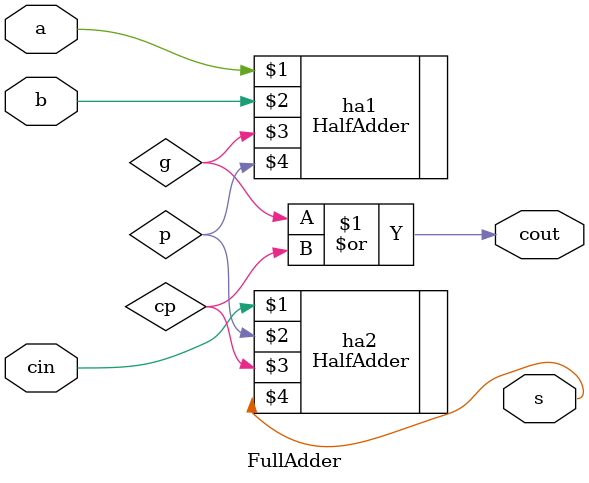
<source format=v>
`timescale 1ns / 1ps

module FullAdder(a, b, cin, cout, s) ;
    input a, b, cin ;
    output cout, s ;
    wire g, p ;
    wire cp ;
    HalfAdder ha1(a, b, g, p) ;   
    HalfAdder ha2(cin, p, cp, s) ;
    or o1(cout, g, cp) ;
endmodule
</source>
